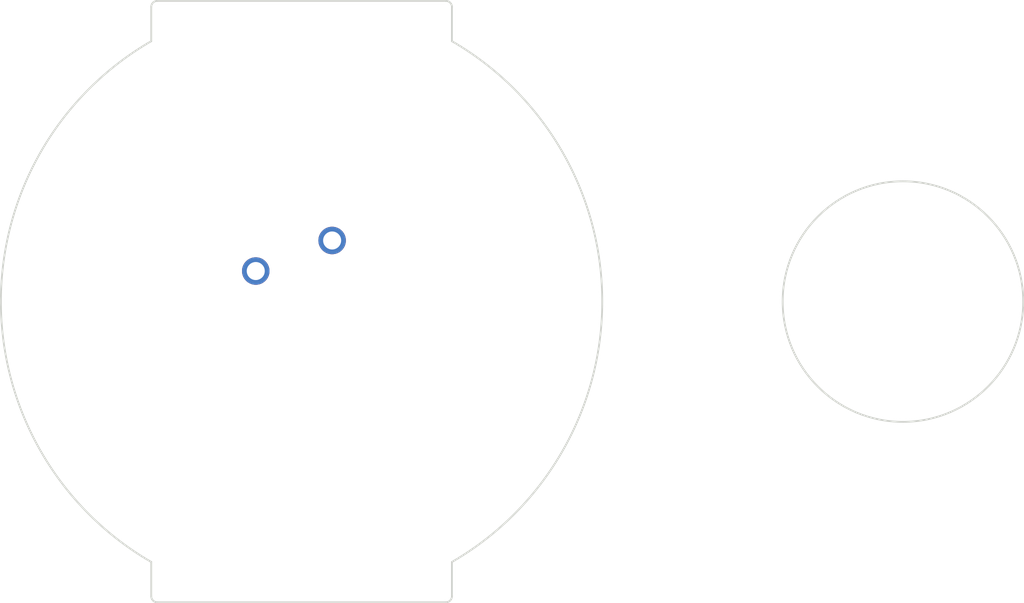
<source format=kicad_pcb>


(kicad_pcb
  (version 20240108)
  (generator "ergogen")
  (generator_version "4.2.0")
  (general
    (thickness 1.6)
    (legacy_teardrops no)
  )
  (paper "A3")
  (title_block
    (title "main")
    (date "2025-10-15")
    (rev "v1.0.0")
    (company "Unknown")
  )

  (layers
    (0 "F.Cu" signal)
    (31 "B.Cu" signal)
    (32 "B.Adhes" user "B.Adhesive")
    (33 "F.Adhes" user "F.Adhesive")
    (34 "B.Paste" user)
    (35 "F.Paste" user)
    (36 "B.SilkS" user "B.Silkscreen")
    (37 "F.SilkS" user "F.Silkscreen")
    (38 "B.Mask" user)
    (39 "F.Mask" user)
    (40 "Dwgs.User" user "User.Drawings")
    (41 "Cmts.User" user "User.Comments")
    (42 "Eco1.User" user "User.Eco1")
    (43 "Eco2.User" user "User.Eco2")
    (44 "Edge.Cuts" user)
    (45 "Margin" user)
    (46 "B.CrtYd" user "B.Courtyard")
    (47 "F.CrtYd" user "F.Courtyard")
    (48 "B.Fab" user)
    (49 "F.Fab" user)
  )

  (setup
    (pad_to_mask_clearance 0.05)
    (allow_soldermask_bridges_in_footprints no)
    (pcbplotparams
      (layerselection 0x00010fc_ffffffff)
      (plot_on_all_layers_selection 0x0000000_00000000)
      (disableapertmacros no)
      (usegerberextensions no)
      (usegerberattributes yes)
      (usegerberadvancedattributes yes)
      (creategerberjobfile yes)
      (dashed_line_dash_ratio 12.000000)
      (dashed_line_gap_ratio 3.000000)
      (svgprecision 4)
      (plotframeref no)
      (viasonmask no)
      (mode 1)
      (useauxorigin no)
      (hpglpennumber 1)
      (hpglpenspeed 20)
      (hpglpendiameter 15.000000)
      (pdf_front_fp_property_popups yes)
      (pdf_back_fp_property_popups yes)
      (dxfpolygonmode yes)
      (dxfimperialunits yes)
      (dxfusepcbnewfont yes)
      (psnegative no)
      (psa4output no)
      (plotreference yes)
      (plotvalue yes)
      (plotfptext yes)
      (plotinvisibletext no)
      (sketchpadsonfab no)
      (subtractmaskfromsilk no)
      (outputformat 1)
      (mirror no)
      (drillshape 1)
      (scaleselection 1)
      (outputdirectory "")
    )
  )

  (net 0 "")
(net 1 "from")
(net 2 "to")

  
        
      (module MX (layer F.Cu) (tedit 5DD4F656)
      (at 0 0 0)

      
      (fp_text reference "S1" (at 0 0) (layer F.SilkS) hide (effects (font (size 1.27 1.27) (thickness 0.15))))
      (fp_text value "" (at 0 0) (layer F.SilkS) hide (effects (font (size 1.27 1.27) (thickness 0.15))))

      
      (fp_line (start -7 -6) (end -7 -7) (layer Dwgs.User) (width 0.15))
      (fp_line (start -7 7) (end -6 7) (layer Dwgs.User) (width 0.15))
      (fp_line (start -6 -7) (end -7 -7) (layer Dwgs.User) (width 0.15))
      (fp_line (start -7 7) (end -7 6) (layer Dwgs.User) (width 0.15))
      (fp_line (start 7 6) (end 7 7) (layer Dwgs.User) (width 0.15))
      (fp_line (start 7 -7) (end 6 -7) (layer Dwgs.User) (width 0.15))
      (fp_line (start 6 7) (end 7 7) (layer Dwgs.User) (width 0.15))
      (fp_line (start 7 -7) (end 7 -6) (layer Dwgs.User) (width 0.15))
    
      
      (pad "" np_thru_hole circle (at 0 0) (size 3.9878 3.9878) (drill 3.9878) (layers *.Cu *.Mask))

      
      (pad "" np_thru_hole circle (at 5.08 0) (size 1.7018 1.7018) (drill 1.7018) (layers *.Cu *.Mask))
      (pad "" np_thru_hole circle (at -5.08 0) (size 1.7018 1.7018) (drill 1.7018) (layers *.Cu *.Mask))
      
        
        
            
            (pad 1 thru_hole circle (at 2.54 -5.08) (size 2.286 2.286) (drill 1.4986) (layers *.Cu *.Mask) (net 1 "from"))
            (pad 2 thru_hole circle (at -3.81 -2.54) (size 2.286 2.286) (drill 1.4986) (layers *.Cu *.Mask) (net 2 "to"))
          )
        
  (gr_line (start -12 25) (end 12 25) (layer Edge.Cuts) (stroke (width 0.15) (type default)))
(gr_line (start 12.5 24.5) (end 12.5 21.6506351) (layer Edge.Cuts) (stroke (width 0.15) (type default)))
(gr_line (start 12.5 -21.650635100000002) (end 12.5 -24.5) (layer Edge.Cuts) (stroke (width 0.15) (type default)))
(gr_line (start -12 -25) (end 12 -25) (layer Edge.Cuts) (stroke (width 0.15) (type default)))
(gr_line (start -12.5 -24.5) (end -12.5 -21.650635100000002) (layer Edge.Cuts) (stroke (width 0.15) (type default)))
(gr_line (start -12.5 21.6506351) (end -12.5 24.5) (layer Edge.Cuts) (stroke (width 0.15) (type default)))
(gr_arc (start 12 25) (mid 12.3535534 24.8535534) (end 12.5 24.5) (layer Edge.Cuts) (stroke (width 0.15) (type default)))
(gr_arc (start 12.5 -24.5) (mid 12.3535534 -24.8535534) (end 12 -25) (layer Edge.Cuts) (stroke (width 0.15) (type default)))
(gr_arc (start -12 -25) (mid -12.3535534 -24.8535534) (end -12.5 -24.5) (layer Edge.Cuts) (stroke (width 0.15) (type default)))
(gr_arc (start -12.5 24.5) (mid -12.3535534 24.8535534) (end -12 25) (layer Edge.Cuts) (stroke (width 0.15) (type default)))
(gr_arc (start 12.5 21.6506351) (mid 25 0) (end 12.5 -21.6506351) (layer Edge.Cuts) (stroke (width 0.15) (type default)))
(gr_arc (start -12.5 -21.6506351) (mid -25 0) (end -12.5 21.6506351) (layer Edge.Cuts) (stroke (width 0.15) (type default)))
(gr_circle (center 50 0) (end 60 0) (layer Edge.Cuts) (stroke (width 0.15) (type default)) (fill none))

)


</source>
